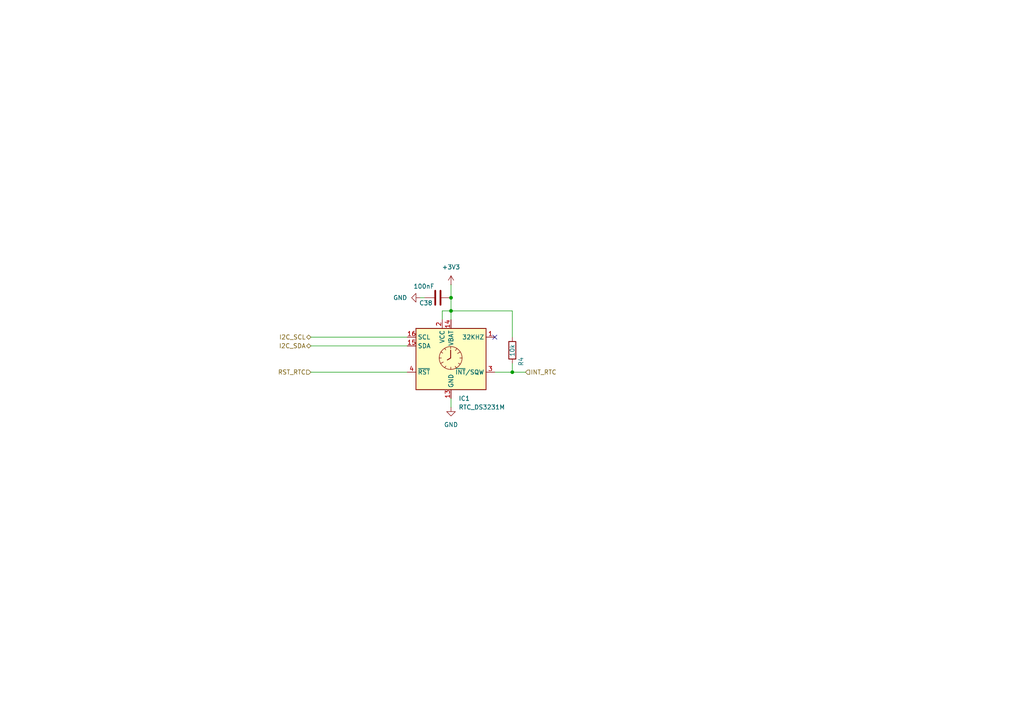
<source format=kicad_sch>
(kicad_sch
	(version 20231120)
	(generator "eeschema")
	(generator_version "8.0")
	(uuid "faa08acc-b0ff-4a42-aa3a-df0d36c53bd4")
	(paper "A4")
	(lib_symbols
		(symbol "Device:C"
			(pin_numbers hide)
			(pin_names
				(offset 0.254)
			)
			(exclude_from_sim no)
			(in_bom yes)
			(on_board yes)
			(property "Reference" "C"
				(at 0.635 2.54 0)
				(effects
					(font
						(size 1.27 1.27)
					)
					(justify left)
				)
			)
			(property "Value" "C"
				(at 0.635 -2.54 0)
				(effects
					(font
						(size 1.27 1.27)
					)
					(justify left)
				)
			)
			(property "Footprint" ""
				(at 0.9652 -3.81 0)
				(effects
					(font
						(size 1.27 1.27)
					)
					(hide yes)
				)
			)
			(property "Datasheet" "~"
				(at 0 0 0)
				(effects
					(font
						(size 1.27 1.27)
					)
					(hide yes)
				)
			)
			(property "Description" "Unpolarized capacitor"
				(at 0 0 0)
				(effects
					(font
						(size 1.27 1.27)
					)
					(hide yes)
				)
			)
			(property "ki_keywords" "cap capacitor"
				(at 0 0 0)
				(effects
					(font
						(size 1.27 1.27)
					)
					(hide yes)
				)
			)
			(property "ki_fp_filters" "C_*"
				(at 0 0 0)
				(effects
					(font
						(size 1.27 1.27)
					)
					(hide yes)
				)
			)
			(symbol "C_0_1"
				(polyline
					(pts
						(xy -2.032 -0.762) (xy 2.032 -0.762)
					)
					(stroke
						(width 0.508)
						(type default)
					)
					(fill
						(type none)
					)
				)
				(polyline
					(pts
						(xy -2.032 0.762) (xy 2.032 0.762)
					)
					(stroke
						(width 0.508)
						(type default)
					)
					(fill
						(type none)
					)
				)
			)
			(symbol "C_1_1"
				(pin passive line
					(at 0 3.81 270)
					(length 2.794)
					(name "~"
						(effects
							(font
								(size 1.27 1.27)
							)
						)
					)
					(number "1"
						(effects
							(font
								(size 1.27 1.27)
							)
						)
					)
				)
				(pin passive line
					(at 0 -3.81 90)
					(length 2.794)
					(name "~"
						(effects
							(font
								(size 1.27 1.27)
							)
						)
					)
					(number "2"
						(effects
							(font
								(size 1.27 1.27)
							)
						)
					)
				)
			)
		)
		(symbol "IVS_SYMBOLS:RTC_DS3231M"
			(exclude_from_sim no)
			(in_bom yes)
			(on_board yes)
			(property "Reference" "IC"
				(at -7.62 8.89 0)
				(effects
					(font
						(size 1.27 1.27)
					)
					(justify right)
				)
			)
			(property "Value" "RTC_DS3231M"
				(at 6.985 -20.955 0)
				(effects
					(font
						(size 1.27 1.27)
					)
					(justify right)
				)
			)
			(property "Footprint" "Package_SO:SOIC-16W_7.5x10.3mm_P1.27mm"
				(at 1.27 -33.02 0)
				(effects
					(font
						(size 1.27 1.27)
					)
					(hide yes)
				)
			)
			(property "Datasheet" "http://datasheets.maximintegrated.com/en/ds/DS3231.pdf"
				(at 1.27 -25.4 0)
				(effects
					(font
						(size 1.27 1.27)
					)
					(hide yes)
				)
			)
			(property "Description" "Extremely Accurate I2C-Integrated RTC/TCXO/Crystal SOIC-16"
				(at 0 0 0)
				(effects
					(font
						(size 1.27 1.27)
					)
					(hide yes)
				)
			)
			(property "Thegioiic_Buylink" "https://www.thegioiic.com/ds3231sn-ic-rtc-clock-calendar-16-soic"
				(at 3.81 -27.94 0)
				(effects
					(font
						(size 1.27 1.27)
					)
					(hide yes)
				)
			)
			(property "ICDAYROI_Buylink" "https://icdayroi.com/ds3231n"
				(at 0 -30.48 0)
				(effects
					(font
						(size 1.27 1.27)
					)
					(hide yes)
				)
			)
			(property "Digikey_Buylink" "https://www.digikey.com/en/products/detail/analog-devices-inc-maxim-integrated/DS3231M-TRL/2402421"
				(at 1.27 -22.86 0)
				(effects
					(font
						(size 1.27 1.27)
					)
					(hide yes)
				)
			)
			(property "ki_keywords" "RTC TCXO Realtime Time Clock Crystal Oscillator I2C"
				(at 0 0 0)
				(effects
					(font
						(size 1.27 1.27)
					)
					(hide yes)
				)
			)
			(property "ki_fp_filters" "SOIC*7.5x10.3mm*P1.27mm*"
				(at 0 0 0)
				(effects
					(font
						(size 1.27 1.27)
					)
					(hide yes)
				)
			)
			(symbol "RTC_DS3231M_0_1"
				(rectangle
					(start -10.16 7.62)
					(end 10.16 -10.16)
					(stroke
						(width 0.254)
						(type default)
					)
					(fill
						(type background)
					)
				)
				(circle
					(center -0.1016 -0.9652)
					(radius 3.316)
					(stroke
						(width 0)
						(type default)
					)
					(fill
						(type none)
					)
				)
				(polyline
					(pts
						(xy -3.4544 -0.9652) (xy -2.794 -0.9652)
					)
					(stroke
						(width 0)
						(type default)
					)
					(fill
						(type none)
					)
				)
				(polyline
					(pts
						(xy -2.9972 -2.54) (xy -2.2352 -2.1336)
					)
					(stroke
						(width 0)
						(type default)
					)
					(fill
						(type none)
					)
				)
				(polyline
					(pts
						(xy -2.8956 0.8128) (xy -2.3876 0.4572)
					)
					(stroke
						(width 0)
						(type default)
					)
					(fill
						(type none)
					)
				)
				(polyline
					(pts
						(xy -1.8288 -3.7592) (xy -1.4732 -3.302)
					)
					(stroke
						(width 0)
						(type default)
					)
					(fill
						(type none)
					)
				)
				(polyline
					(pts
						(xy -1.8288 1.8288) (xy -1.524 1.3716)
					)
					(stroke
						(width 0)
						(type default)
					)
					(fill
						(type none)
					)
				)
				(polyline
					(pts
						(xy -0.1016 2.3368) (xy -0.1016 1.7272)
					)
					(stroke
						(width 0)
						(type default)
					)
					(fill
						(type none)
					)
				)
				(polyline
					(pts
						(xy -0.0508 -3.6068) (xy -0.0508 -4.2672)
					)
					(stroke
						(width 0)
						(type default)
					)
					(fill
						(type none)
					)
				)
				(polyline
					(pts
						(xy 1.2192 -3.3528) (xy 1.524 -3.81)
					)
					(stroke
						(width 0)
						(type default)
					)
					(fill
						(type none)
					)
				)
				(polyline
					(pts
						(xy 1.27 1.1684) (xy 1.6764 1.7272)
					)
					(stroke
						(width 0)
						(type default)
					)
					(fill
						(type none)
					)
				)
				(polyline
					(pts
						(xy 1.8796 0.3556) (xy 2.6416 0.762)
					)
					(stroke
						(width 0)
						(type default)
					)
					(fill
						(type none)
					)
				)
				(polyline
					(pts
						(xy 2.1336 -2.4892) (xy 2.6924 -2.7432)
					)
					(stroke
						(width 0)
						(type default)
					)
					(fill
						(type none)
					)
				)
				(polyline
					(pts
						(xy 2.54 -0.9652) (xy 3.2004 -0.9652)
					)
					(stroke
						(width 0)
						(type default)
					)
					(fill
						(type none)
					)
				)
				(polyline
					(pts
						(xy -0.1016 1.3208) (xy -0.1016 -0.9652) (xy -1.0668 -1.524)
					)
					(stroke
						(width 0.254)
						(type default)
					)
					(fill
						(type none)
					)
				)
			)
			(symbol "RTC_DS3231M_1_1"
				(pin open_collector line
					(at 12.7 5.08 180)
					(length 2.54)
					(name "32KHZ"
						(effects
							(font
								(size 1.27 1.27)
							)
						)
					)
					(number "1"
						(effects
							(font
								(size 1.27 1.27)
							)
						)
					)
				)
				(pin passive line
					(at 0 -12.7 90)
					(length 2.54) hide
					(name "GND"
						(effects
							(font
								(size 1.27 1.27)
							)
						)
					)
					(number "10"
						(effects
							(font
								(size 1.27 1.27)
							)
						)
					)
				)
				(pin passive line
					(at 0 -12.7 90)
					(length 2.54) hide
					(name "GND"
						(effects
							(font
								(size 1.27 1.27)
							)
						)
					)
					(number "11"
						(effects
							(font
								(size 1.27 1.27)
							)
						)
					)
				)
				(pin passive line
					(at 0 -12.7 90)
					(length 2.54) hide
					(name "GND"
						(effects
							(font
								(size 1.27 1.27)
							)
						)
					)
					(number "12"
						(effects
							(font
								(size 1.27 1.27)
							)
						)
					)
				)
				(pin power_in line
					(at 0 -12.7 90)
					(length 2.54)
					(name "GND"
						(effects
							(font
								(size 1.27 1.27)
							)
						)
					)
					(number "13"
						(effects
							(font
								(size 1.27 1.27)
							)
						)
					)
				)
				(pin power_in line
					(at 0 10.16 270)
					(length 2.54)
					(name "VBAT"
						(effects
							(font
								(size 1.27 1.27)
							)
						)
					)
					(number "14"
						(effects
							(font
								(size 1.27 1.27)
							)
						)
					)
				)
				(pin bidirectional line
					(at -12.7 2.54 0)
					(length 2.54)
					(name "SDA"
						(effects
							(font
								(size 1.27 1.27)
							)
						)
					)
					(number "15"
						(effects
							(font
								(size 1.27 1.27)
							)
						)
					)
				)
				(pin input line
					(at -12.7 5.08 0)
					(length 2.54)
					(name "SCL"
						(effects
							(font
								(size 1.27 1.27)
							)
						)
					)
					(number "16"
						(effects
							(font
								(size 1.27 1.27)
							)
						)
					)
				)
				(pin power_in line
					(at -2.54 10.16 270)
					(length 2.54)
					(name "VCC"
						(effects
							(font
								(size 1.27 1.27)
							)
						)
					)
					(number "2"
						(effects
							(font
								(size 1.27 1.27)
							)
						)
					)
				)
				(pin open_collector line
					(at 12.7 -5.08 180)
					(length 2.54)
					(name "~{INT}/SQW"
						(effects
							(font
								(size 1.27 1.27)
							)
						)
					)
					(number "3"
						(effects
							(font
								(size 1.27 1.27)
							)
						)
					)
				)
				(pin bidirectional line
					(at -12.7 -5.08 0)
					(length 2.54)
					(name "~{RST}"
						(effects
							(font
								(size 1.27 1.27)
							)
						)
					)
					(number "4"
						(effects
							(font
								(size 1.27 1.27)
							)
						)
					)
				)
				(pin passive line
					(at 0 -12.7 90)
					(length 2.54) hide
					(name "GND"
						(effects
							(font
								(size 1.27 1.27)
							)
						)
					)
					(number "5"
						(effects
							(font
								(size 1.27 1.27)
							)
						)
					)
				)
				(pin passive line
					(at 0 -12.7 90)
					(length 2.54) hide
					(name "GND"
						(effects
							(font
								(size 1.27 1.27)
							)
						)
					)
					(number "6"
						(effects
							(font
								(size 1.27 1.27)
							)
						)
					)
				)
				(pin passive line
					(at 0 -12.7 90)
					(length 2.54) hide
					(name "GND"
						(effects
							(font
								(size 1.27 1.27)
							)
						)
					)
					(number "7"
						(effects
							(font
								(size 1.27 1.27)
							)
						)
					)
				)
				(pin passive line
					(at 0 -12.7 90)
					(length 2.54) hide
					(name "GND"
						(effects
							(font
								(size 1.27 1.27)
							)
						)
					)
					(number "8"
						(effects
							(font
								(size 1.27 1.27)
							)
						)
					)
				)
				(pin passive line
					(at 0 -12.7 90)
					(length 2.54) hide
					(name "GND"
						(effects
							(font
								(size 1.27 1.27)
							)
						)
					)
					(number "9"
						(effects
							(font
								(size 1.27 1.27)
							)
						)
					)
				)
			)
		)
		(symbol "Thu_vien_kicad:R"
			(pin_numbers hide)
			(pin_names
				(offset 0)
			)
			(exclude_from_sim no)
			(in_bom yes)
			(on_board yes)
			(property "Reference" "R"
				(at 2.032 0 90)
				(effects
					(font
						(size 1.27 1.27)
					)
				)
			)
			(property "Value" "R"
				(at 0 0 90)
				(effects
					(font
						(size 1.27 1.27)
					)
				)
			)
			(property "Footprint" ""
				(at -1.778 0 90)
				(effects
					(font
						(size 1.27 1.27)
					)
					(hide yes)
				)
			)
			(property "Datasheet" "~"
				(at 0 0 0)
				(effects
					(font
						(size 1.27 1.27)
					)
					(hide yes)
				)
			)
			(property "Description" "Resistor"
				(at 0 0 0)
				(effects
					(font
						(size 1.27 1.27)
					)
					(hide yes)
				)
			)
			(property "ki_keywords" "R res resistor"
				(at 0 0 0)
				(effects
					(font
						(size 1.27 1.27)
					)
					(hide yes)
				)
			)
			(property "ki_fp_filters" "R_*"
				(at 0 0 0)
				(effects
					(font
						(size 1.27 1.27)
					)
					(hide yes)
				)
			)
			(symbol "R_0_1"
				(rectangle
					(start -1.016 -2.54)
					(end 1.016 2.54)
					(stroke
						(width 0.254)
						(type default)
					)
					(fill
						(type none)
					)
				)
			)
			(symbol "R_1_1"
				(pin passive line
					(at 0 3.81 270)
					(length 1.27)
					(name "~"
						(effects
							(font
								(size 1.27 1.27)
							)
						)
					)
					(number "1"
						(effects
							(font
								(size 1.27 1.27)
							)
						)
					)
				)
				(pin passive line
					(at 0 -3.81 90)
					(length 1.27)
					(name "~"
						(effects
							(font
								(size 1.27 1.27)
							)
						)
					)
					(number "2"
						(effects
							(font
								(size 1.27 1.27)
							)
						)
					)
				)
			)
		)
		(symbol "power:+3V3"
			(power)
			(pin_numbers hide)
			(pin_names
				(offset 0) hide)
			(exclude_from_sim no)
			(in_bom yes)
			(on_board yes)
			(property "Reference" "#PWR"
				(at 0 -3.81 0)
				(effects
					(font
						(size 1.27 1.27)
					)
					(hide yes)
				)
			)
			(property "Value" "+3V3"
				(at 0 3.556 0)
				(effects
					(font
						(size 1.27 1.27)
					)
				)
			)
			(property "Footprint" ""
				(at 0 0 0)
				(effects
					(font
						(size 1.27 1.27)
					)
					(hide yes)
				)
			)
			(property "Datasheet" ""
				(at 0 0 0)
				(effects
					(font
						(size 1.27 1.27)
					)
					(hide yes)
				)
			)
			(property "Description" "Power symbol creates a global label with name \"+3V3\""
				(at 0 0 0)
				(effects
					(font
						(size 1.27 1.27)
					)
					(hide yes)
				)
			)
			(property "ki_keywords" "global power"
				(at 0 0 0)
				(effects
					(font
						(size 1.27 1.27)
					)
					(hide yes)
				)
			)
			(symbol "+3V3_0_1"
				(polyline
					(pts
						(xy -0.762 1.27) (xy 0 2.54)
					)
					(stroke
						(width 0)
						(type default)
					)
					(fill
						(type none)
					)
				)
				(polyline
					(pts
						(xy 0 0) (xy 0 2.54)
					)
					(stroke
						(width 0)
						(type default)
					)
					(fill
						(type none)
					)
				)
				(polyline
					(pts
						(xy 0 2.54) (xy 0.762 1.27)
					)
					(stroke
						(width 0)
						(type default)
					)
					(fill
						(type none)
					)
				)
			)
			(symbol "+3V3_1_1"
				(pin power_in line
					(at 0 0 90)
					(length 0)
					(name "~"
						(effects
							(font
								(size 1.27 1.27)
							)
						)
					)
					(number "1"
						(effects
							(font
								(size 1.27 1.27)
							)
						)
					)
				)
			)
		)
		(symbol "power:GND"
			(power)
			(pin_names
				(offset 0)
			)
			(exclude_from_sim no)
			(in_bom yes)
			(on_board yes)
			(property "Reference" "#PWR"
				(at 0 -6.35 0)
				(effects
					(font
						(size 1.27 1.27)
					)
					(hide yes)
				)
			)
			(property "Value" "GND"
				(at 0 -3.81 0)
				(effects
					(font
						(size 1.27 1.27)
					)
				)
			)
			(property "Footprint" ""
				(at 0 0 0)
				(effects
					(font
						(size 1.27 1.27)
					)
					(hide yes)
				)
			)
			(property "Datasheet" ""
				(at 0 0 0)
				(effects
					(font
						(size 1.27 1.27)
					)
					(hide yes)
				)
			)
			(property "Description" "Power symbol creates a global label with name \"GND\" , ground"
				(at 0 0 0)
				(effects
					(font
						(size 1.27 1.27)
					)
					(hide yes)
				)
			)
			(property "ki_keywords" "global power"
				(at 0 0 0)
				(effects
					(font
						(size 1.27 1.27)
					)
					(hide yes)
				)
			)
			(symbol "GND_0_1"
				(polyline
					(pts
						(xy 0 0) (xy 0 -1.27) (xy 1.27 -1.27) (xy 0 -2.54) (xy -1.27 -1.27) (xy 0 -1.27)
					)
					(stroke
						(width 0)
						(type default)
					)
					(fill
						(type none)
					)
				)
			)
			(symbol "GND_1_1"
				(pin power_in line
					(at 0 0 270)
					(length 0) hide
					(name "GND"
						(effects
							(font
								(size 1.27 1.27)
							)
						)
					)
					(number "1"
						(effects
							(font
								(size 1.27 1.27)
							)
						)
					)
				)
			)
		)
	)
	(junction
		(at 148.59 107.95)
		(diameter 0)
		(color 0 0 0 0)
		(uuid "6d5b91f4-7c56-43f6-8aa8-bee1ffa4751e")
	)
	(junction
		(at 130.81 86.36)
		(diameter 0)
		(color 0 0 0 0)
		(uuid "90b44cfb-574b-4127-a5df-0389e6f05933")
	)
	(junction
		(at 130.81 90.17)
		(diameter 0)
		(color 0 0 0 0)
		(uuid "c993f60c-f2e3-4e88-9654-9b03e44a0241")
	)
	(no_connect
		(at 143.51 97.79)
		(uuid "edf3832d-ca2b-4a78-b63f-9728ac1f35f2")
	)
	(wire
		(pts
			(xy 121.92 86.36) (xy 123.19 86.36)
		)
		(stroke
			(width 0)
			(type default)
		)
		(uuid "09617aa1-20d2-4006-874c-b80397bbd068")
	)
	(wire
		(pts
			(xy 128.27 90.17) (xy 130.81 90.17)
		)
		(stroke
			(width 0)
			(type default)
		)
		(uuid "2ce88937-2d46-4073-bca8-871f6f33f294")
	)
	(wire
		(pts
			(xy 90.17 97.79) (xy 118.11 97.79)
		)
		(stroke
			(width 0)
			(type default)
		)
		(uuid "5e88088f-8ac0-4783-8ab1-4c77b72b0a5a")
	)
	(wire
		(pts
			(xy 148.59 90.17) (xy 130.81 90.17)
		)
		(stroke
			(width 0)
			(type default)
		)
		(uuid "659e91c8-b47e-4287-8a64-65fa9fdabb4e")
	)
	(wire
		(pts
			(xy 128.27 92.71) (xy 128.27 90.17)
		)
		(stroke
			(width 0)
			(type default)
		)
		(uuid "8120c09b-0260-4307-93aa-76fc0b2b9671")
	)
	(wire
		(pts
			(xy 90.17 100.33) (xy 118.11 100.33)
		)
		(stroke
			(width 0)
			(type default)
		)
		(uuid "85983093-c76e-40c2-b0ba-f43586fc24e7")
	)
	(wire
		(pts
			(xy 148.59 97.79) (xy 148.59 90.17)
		)
		(stroke
			(width 0)
			(type default)
		)
		(uuid "86f93f40-be66-433b-8bad-735cb8eabe8a")
	)
	(wire
		(pts
			(xy 130.81 86.36) (xy 130.81 90.17)
		)
		(stroke
			(width 0)
			(type default)
		)
		(uuid "876244f7-e469-4307-8d65-fa9ad1a181eb")
	)
	(wire
		(pts
			(xy 148.59 105.41) (xy 148.59 107.95)
		)
		(stroke
			(width 0)
			(type default)
		)
		(uuid "a51d8e66-a610-483b-9252-2ffe5f2268a9")
	)
	(wire
		(pts
			(xy 143.51 107.95) (xy 148.59 107.95)
		)
		(stroke
			(width 0)
			(type default)
		)
		(uuid "ae57c956-08b0-4a5a-bd7d-801fdab99214")
	)
	(wire
		(pts
			(xy 130.81 82.55) (xy 130.81 86.36)
		)
		(stroke
			(width 0)
			(type default)
		)
		(uuid "b7fdc1dd-e197-4f33-80a0-653cbe1acc86")
	)
	(wire
		(pts
			(xy 130.81 115.57) (xy 130.81 118.11)
		)
		(stroke
			(width 0)
			(type default)
		)
		(uuid "bd01e4e3-0592-4707-bf5f-6f34435c3cc7")
	)
	(wire
		(pts
			(xy 90.17 107.95) (xy 118.11 107.95)
		)
		(stroke
			(width 0)
			(type default)
		)
		(uuid "ce46e6a7-a16c-40e3-ace1-1d93eb2c2cf2")
	)
	(wire
		(pts
			(xy 148.59 107.95) (xy 152.4 107.95)
		)
		(stroke
			(width 0)
			(type default)
		)
		(uuid "db39daf6-23a4-4c1e-8a27-968d05958594")
	)
	(wire
		(pts
			(xy 130.81 90.17) (xy 130.81 92.71)
		)
		(stroke
			(width 0)
			(type default)
		)
		(uuid "e08321d3-cb27-4fc7-9111-632aa5d0b9df")
	)
	(hierarchical_label "I2C_SCL"
		(shape bidirectional)
		(at 90.17 97.79 180)
		(fields_autoplaced yes)
		(effects
			(font
				(size 1.27 1.27)
			)
			(justify right)
		)
		(uuid "5df776a4-f598-4ead-8e62-3542600e7ca1")
	)
	(hierarchical_label "I2C_SDA"
		(shape bidirectional)
		(at 90.17 100.33 180)
		(fields_autoplaced yes)
		(effects
			(font
				(size 1.27 1.27)
			)
			(justify right)
		)
		(uuid "90d00f58-321a-4a50-914e-810748db24cc")
	)
	(hierarchical_label "RST_RTC"
		(shape input)
		(at 90.17 107.95 180)
		(fields_autoplaced yes)
		(effects
			(font
				(size 1.27 1.27)
			)
			(justify right)
		)
		(uuid "96f7cff0-7ba7-43f9-9fd7-dbf9c1a10ada")
	)
	(hierarchical_label "INT_RTC"
		(shape input)
		(at 152.4 107.95 0)
		(fields_autoplaced yes)
		(effects
			(font
				(size 1.27 1.27)
			)
			(justify left)
		)
		(uuid "9e612ac9-2ad3-4115-b63f-8fc44954dca3")
	)
	(symbol
		(lib_id "IVS_SYMBOLS:RTC_DS3231M")
		(at 130.81 102.87 0)
		(unit 1)
		(exclude_from_sim no)
		(in_bom yes)
		(on_board yes)
		(dnp no)
		(fields_autoplaced yes)
		(uuid "1ef5936b-3c89-4fac-9a8b-871e559f93a8")
		(property "Reference" "IC1"
			(at 133.0041 115.57 0)
			(effects
				(font
					(size 1.27 1.27)
				)
				(justify left)
			)
		)
		(property "Value" "RTC_DS3231M"
			(at 133.0041 118.11 0)
			(effects
				(font
					(size 1.27 1.27)
				)
				(justify left)
			)
		)
		(property "Footprint" "Package_SO:SOIC-16W_7.5x10.3mm_P1.27mm"
			(at 132.08 135.89 0)
			(effects
				(font
					(size 1.27 1.27)
				)
				(hide yes)
			)
		)
		(property "Datasheet" "http://datasheets.maximintegrated.com/en/ds/DS3231.pdf"
			(at 132.08 128.27 0)
			(effects
				(font
					(size 1.27 1.27)
				)
				(hide yes)
			)
		)
		(property "Description" "Extremely Accurate I2C-Integrated RTC/TCXO/Crystal SOIC-16"
			(at 130.81 102.87 0)
			(effects
				(font
					(size 1.27 1.27)
				)
				(hide yes)
			)
		)
		(property "Thegioiic_Buylink" "https://www.thegioiic.com/ds3231sn-ic-rtc-clock-calendar-16-soic"
			(at 134.62 130.81 0)
			(effects
				(font
					(size 1.27 1.27)
				)
				(hide yes)
			)
		)
		(property "ICDAYROI_Buylink" "https://icdayroi.com/ds3231n"
			(at 130.81 133.35 0)
			(effects
				(font
					(size 1.27 1.27)
				)
				(hide yes)
			)
		)
		(property "Digikey_Buylink" "https://www.digikey.com/en/products/detail/analog-devices-inc-maxim-integrated/DS3231M-TRL/2402421"
			(at 132.08 125.73 0)
			(effects
				(font
					(size 1.27 1.27)
				)
				(hide yes)
			)
		)
		(property "JLC" "C9866"
			(at 130.81 102.87 0)
			(effects
				(font
					(size 1.27 1.27)
				)
				(hide yes)
			)
		)
		(pin "10"
			(uuid "abdea82b-1135-44f3-a046-f891f7304e9f")
		)
		(pin "14"
			(uuid "45c6fbd7-3eb0-4c4d-b086-e42438405f4b")
		)
		(pin "3"
			(uuid "48624c30-9eec-4f50-bf5a-76f7ae2ec136")
		)
		(pin "4"
			(uuid "2c2aa61c-7716-4216-8bf3-4fae1350f3f9")
		)
		(pin "6"
			(uuid "b2de8aa0-a22a-4d81-b25e-61c5886e62ed")
		)
		(pin "13"
			(uuid "b0c62f42-8551-4190-9777-35311275a7be")
		)
		(pin "15"
			(uuid "f5d9986b-97c5-4dd6-b75b-339e0abacdb1")
		)
		(pin "5"
			(uuid "afcca7cd-6600-40b2-ab8f-668faebb5c2e")
		)
		(pin "7"
			(uuid "2bce819a-978d-42ec-9985-a36793d8f9cb")
		)
		(pin "8"
			(uuid "63ea8894-a3e2-4da6-bc50-bc02ea37ae9b")
		)
		(pin "9"
			(uuid "12e7e200-e425-49e4-a5c6-d3061cad0b31")
		)
		(pin "16"
			(uuid "8a9b3f0f-9d1c-4a6c-8f91-b508904b3d32")
		)
		(pin "1"
			(uuid "f345b579-8f20-45ae-918c-a674c1ac6ce2")
		)
		(pin "2"
			(uuid "ddb8d14e-cdca-4403-942c-889b69d32009")
		)
		(pin "12"
			(uuid "abc1a6fc-e553-4ab5-8bd4-adbc3f529b0a")
		)
		(pin "11"
			(uuid "67b0b2aa-27c8-470f-9713-d889d13f9952")
		)
		(instances
			(project "Light-Sound-Sensor"
				(path "/c4fae0b4-107a-4e14-bdc8-24cbf64cf056/675955da-170a-46e1-99b2-db49e34c96aa"
					(reference "IC1")
					(unit 1)
				)
			)
		)
	)
	(symbol
		(lib_id "power:GND")
		(at 130.81 118.11 0)
		(unit 1)
		(exclude_from_sim no)
		(in_bom yes)
		(on_board yes)
		(dnp no)
		(fields_autoplaced yes)
		(uuid "589fbd57-65b6-415d-ba2f-8b6919a64e30")
		(property "Reference" "#PWR043"
			(at 130.81 124.46 0)
			(effects
				(font
					(size 1.27 1.27)
				)
				(hide yes)
			)
		)
		(property "Value" "GND"
			(at 130.81 123.19 0)
			(effects
				(font
					(size 1.27 1.27)
				)
			)
		)
		(property "Footprint" ""
			(at 130.81 118.11 0)
			(effects
				(font
					(size 1.27 1.27)
				)
				(hide yes)
			)
		)
		(property "Datasheet" ""
			(at 130.81 118.11 0)
			(effects
				(font
					(size 1.27 1.27)
				)
				(hide yes)
			)
		)
		(property "Description" ""
			(at 130.81 118.11 0)
			(effects
				(font
					(size 1.27 1.27)
				)
				(hide yes)
			)
		)
		(pin "1"
			(uuid "174d5fe4-90b0-410b-bbf4-bf0c6d831549")
		)
		(instances
			(project "Light-Sound-Sensor"
				(path "/c4fae0b4-107a-4e14-bdc8-24cbf64cf056/675955da-170a-46e1-99b2-db49e34c96aa"
					(reference "#PWR043")
					(unit 1)
				)
			)
		)
	)
	(symbol
		(lib_id "Device:C")
		(at 127 86.36 90)
		(unit 1)
		(exclude_from_sim no)
		(in_bom yes)
		(on_board yes)
		(dnp no)
		(uuid "645a133f-b093-44d5-9f25-09e2f0414a3b")
		(property "Reference" "C38"
			(at 125.476 87.884 90)
			(effects
				(font
					(size 1.27 1.27)
				)
				(justify left)
			)
		)
		(property "Value" "100nF"
			(at 125.984 83.058 90)
			(effects
				(font
					(size 1.27 1.27)
				)
				(justify left)
			)
		)
		(property "Footprint" "SANG_LIB_FP:C_0603_1608Metric"
			(at 130.81 85.3948 0)
			(effects
				(font
					(size 1.27 1.27)
				)
				(hide yes)
			)
		)
		(property "Datasheet" "~"
			(at 127 86.36 0)
			(effects
				(font
					(size 1.27 1.27)
				)
				(hide yes)
			)
		)
		(property "Description" ""
			(at 127 86.36 0)
			(effects
				(font
					(size 1.27 1.27)
				)
				(hide yes)
			)
		)
		(property "Cate" ""
			(at 127 86.36 0)
			(effects
				(font
					(size 1.27 1.27)
				)
				(hide yes)
			)
		)
		(property "Category" ""
			(at 127 86.36 0)
			(effects
				(font
					(size 1.27 1.27)
				)
				(hide yes)
			)
		)
		(property "DK_Datasheet_Link" ""
			(at 127 86.36 0)
			(effects
				(font
					(size 1.27 1.27)
				)
				(hide yes)
			)
		)
		(property "DK_Detail_Page" ""
			(at 127 86.36 0)
			(effects
				(font
					(size 1.27 1.27)
				)
				(hide yes)
			)
		)
		(property "Digi-Key_PN" ""
			(at 127 86.36 0)
			(effects
				(font
					(size 1.27 1.27)
				)
				(hide yes)
			)
		)
		(property "Family" ""
			(at 127 86.36 0)
			(effects
				(font
					(size 1.27 1.27)
				)
				(hide yes)
			)
		)
		(property "MPN" ""
			(at 127 86.36 0)
			(effects
				(font
					(size 1.27 1.27)
				)
				(hide yes)
			)
		)
		(property "Manufacturer" ""
			(at 127 86.36 0)
			(effects
				(font
					(size 1.27 1.27)
				)
				(hide yes)
			)
		)
		(property "Status" ""
			(at 127 86.36 0)
			(effects
				(font
					(size 1.27 1.27)
				)
				(hide yes)
			)
		)
		(property "Val" ""
			(at 127 86.36 0)
			(effects
				(font
					(size 1.27 1.27)
				)
				(hide yes)
			)
		)
		(property "Availability" ""
			(at 127 86.36 0)
			(effects
				(font
					(size 1.27 1.27)
				)
				(hide yes)
			)
		)
		(property "Check_prices" ""
			(at 127 86.36 0)
			(effects
				(font
					(size 1.27 1.27)
				)
				(hide yes)
			)
		)
		(property "MANUFACTURER" ""
			(at 127 86.36 0)
			(effects
				(font
					(size 1.27 1.27)
				)
				(hide yes)
			)
		)
		(property "MF" ""
			(at 127 86.36 0)
			(effects
				(font
					(size 1.27 1.27)
				)
				(hide yes)
			)
		)
		(property "MP" ""
			(at 127 86.36 0)
			(effects
				(font
					(size 1.27 1.27)
				)
				(hide yes)
			)
		)
		(property "Package" ""
			(at 127 86.36 0)
			(effects
				(font
					(size 1.27 1.27)
				)
				(hide yes)
			)
		)
		(property "Price" ""
			(at 127 86.36 0)
			(effects
				(font
					(size 1.27 1.27)
				)
				(hide yes)
			)
		)
		(property "STANDARD" ""
			(at 127 86.36 0)
			(effects
				(font
					(size 1.27 1.27)
				)
				(hide yes)
			)
		)
		(property "Sim.Device" ""
			(at 127 86.36 0)
			(effects
				(font
					(size 1.27 1.27)
				)
				(hide yes)
			)
		)
		(property "Sim.Library" ""
			(at 127 86.36 0)
			(effects
				(font
					(size 1.27 1.27)
				)
				(hide yes)
			)
		)
		(property "Sim.Name" ""
			(at 127 86.36 0)
			(effects
				(font
					(size 1.27 1.27)
				)
				(hide yes)
			)
		)
		(property "Sim.Params" ""
			(at 127 86.36 0)
			(effects
				(font
					(size 1.27 1.27)
				)
				(hide yes)
			)
		)
		(property "Sim.Pins" ""
			(at 127 86.36 0)
			(effects
				(font
					(size 1.27 1.27)
				)
				(hide yes)
			)
		)
		(property "SnapEDA_Link" ""
			(at 127 86.36 0)
			(effects
				(font
					(size 1.27 1.27)
				)
				(hide yes)
			)
		)
		(property "hardware_design" ""
			(at 127 86.36 0)
			(effects
				(font
					(size 1.27 1.27)
				)
				(hide yes)
			)
		)
		(property "JLC" "C14663"
			(at 127 86.36 0)
			(effects
				(font
					(size 1.27 1.27)
				)
				(hide yes)
			)
		)
		(pin "2"
			(uuid "7c372187-446a-4144-b69d-2a51968db143")
		)
		(pin "1"
			(uuid "6aadab03-f2d4-4b91-8c99-8c0d7e9d5e01")
		)
		(instances
			(project "Light-Sound-Sensor"
				(path "/c4fae0b4-107a-4e14-bdc8-24cbf64cf056/675955da-170a-46e1-99b2-db49e34c96aa"
					(reference "C38")
					(unit 1)
				)
			)
		)
	)
	(symbol
		(lib_id "Thu_vien_kicad:R")
		(at 148.59 101.6 180)
		(unit 1)
		(exclude_from_sim no)
		(in_bom yes)
		(on_board yes)
		(dnp no)
		(uuid "7d6f8471-f414-4cd3-a06b-b12d90c90bcf")
		(property "Reference" "R4"
			(at 151.13 103.505 90)
			(effects
				(font
					(size 1.27 1.27)
				)
				(justify left)
			)
		)
		(property "Value" "10k"
			(at 148.59 99.822 90)
			(effects
				(font
					(size 1.27 1.27)
				)
				(justify left)
			)
		)
		(property "Footprint" "SANG_LIB_FP:R_0603_1608Metric"
			(at 150.368 101.6 90)
			(effects
				(font
					(size 1.27 1.27)
				)
				(hide yes)
			)
		)
		(property "Datasheet" "~"
			(at 148.59 101.6 0)
			(effects
				(font
					(size 1.27 1.27)
				)
				(hide yes)
			)
		)
		(property "Description" ""
			(at 148.59 101.6 0)
			(effects
				(font
					(size 1.27 1.27)
				)
				(hide yes)
			)
		)
		(property "Cate" ""
			(at 148.59 101.6 0)
			(effects
				(font
					(size 1.27 1.27)
				)
				(hide yes)
			)
		)
		(property "Category" ""
			(at 148.59 101.6 0)
			(effects
				(font
					(size 1.27 1.27)
				)
				(hide yes)
			)
		)
		(property "DK_Datasheet_Link" ""
			(at 148.59 101.6 0)
			(effects
				(font
					(size 1.27 1.27)
				)
				(hide yes)
			)
		)
		(property "DK_Detail_Page" ""
			(at 148.59 101.6 0)
			(effects
				(font
					(size 1.27 1.27)
				)
				(hide yes)
			)
		)
		(property "Digi-Key_PN" ""
			(at 148.59 101.6 0)
			(effects
				(font
					(size 1.27 1.27)
				)
				(hide yes)
			)
		)
		(property "Family" ""
			(at 148.59 101.6 0)
			(effects
				(font
					(size 1.27 1.27)
				)
				(hide yes)
			)
		)
		(property "MPN" ""
			(at 148.59 101.6 0)
			(effects
				(font
					(size 1.27 1.27)
				)
				(hide yes)
			)
		)
		(property "Manufacturer" ""
			(at 148.59 101.6 0)
			(effects
				(font
					(size 1.27 1.27)
				)
				(hide yes)
			)
		)
		(property "Status" ""
			(at 148.59 101.6 0)
			(effects
				(font
					(size 1.27 1.27)
				)
				(hide yes)
			)
		)
		(property "Val" ""
			(at 148.59 101.6 0)
			(effects
				(font
					(size 1.27 1.27)
				)
				(hide yes)
			)
		)
		(property "Availability" ""
			(at 148.59 101.6 0)
			(effects
				(font
					(size 1.27 1.27)
				)
				(hide yes)
			)
		)
		(property "Check_prices" ""
			(at 148.59 101.6 0)
			(effects
				(font
					(size 1.27 1.27)
				)
				(hide yes)
			)
		)
		(property "MANUFACTURER" ""
			(at 148.59 101.6 0)
			(effects
				(font
					(size 1.27 1.27)
				)
				(hide yes)
			)
		)
		(property "MF" ""
			(at 148.59 101.6 0)
			(effects
				(font
					(size 1.27 1.27)
				)
				(hide yes)
			)
		)
		(property "MP" ""
			(at 148.59 101.6 0)
			(effects
				(font
					(size 1.27 1.27)
				)
				(hide yes)
			)
		)
		(property "Package" ""
			(at 148.59 101.6 0)
			(effects
				(font
					(size 1.27 1.27)
				)
				(hide yes)
			)
		)
		(property "Price" ""
			(at 148.59 101.6 0)
			(effects
				(font
					(size 1.27 1.27)
				)
				(hide yes)
			)
		)
		(property "STANDARD" ""
			(at 148.59 101.6 0)
			(effects
				(font
					(size 1.27 1.27)
				)
				(hide yes)
			)
		)
		(property "Sim.Device" ""
			(at 148.59 101.6 0)
			(effects
				(font
					(size 1.27 1.27)
				)
				(hide yes)
			)
		)
		(property "Sim.Library" ""
			(at 148.59 101.6 0)
			(effects
				(font
					(size 1.27 1.27)
				)
				(hide yes)
			)
		)
		(property "Sim.Name" ""
			(at 148.59 101.6 0)
			(effects
				(font
					(size 1.27 1.27)
				)
				(hide yes)
			)
		)
		(property "Sim.Params" ""
			(at 148.59 101.6 0)
			(effects
				(font
					(size 1.27 1.27)
				)
				(hide yes)
			)
		)
		(property "Sim.Pins" ""
			(at 148.59 101.6 0)
			(effects
				(font
					(size 1.27 1.27)
				)
				(hide yes)
			)
		)
		(property "SnapEDA_Link" ""
			(at 148.59 101.6 0)
			(effects
				(font
					(size 1.27 1.27)
				)
				(hide yes)
			)
		)
		(property "hardware_design" ""
			(at 148.59 101.6 0)
			(effects
				(font
					(size 1.27 1.27)
				)
				(hide yes)
			)
		)
		(property "JLC" "C25804"
			(at 148.59 101.6 0)
			(effects
				(font
					(size 1.27 1.27)
				)
				(hide yes)
			)
		)
		(pin "1"
			(uuid "f9ac5d11-d935-4b69-9f9b-1c8f5c4aa63a")
		)
		(pin "2"
			(uuid "1d4066fe-8e1b-49cb-8653-3a88141af508")
		)
		(instances
			(project "Light-Sound-Sensor"
				(path "/c4fae0b4-107a-4e14-bdc8-24cbf64cf056/675955da-170a-46e1-99b2-db49e34c96aa"
					(reference "R4")
					(unit 1)
				)
			)
		)
	)
	(symbol
		(lib_id "power:+3V3")
		(at 130.81 82.55 0)
		(unit 1)
		(exclude_from_sim no)
		(in_bom yes)
		(on_board yes)
		(dnp no)
		(fields_autoplaced yes)
		(uuid "8824fae3-be40-45a5-89eb-1da3b35d7a07")
		(property "Reference" "#PWR042"
			(at 130.81 86.36 0)
			(effects
				(font
					(size 1.27 1.27)
				)
				(hide yes)
			)
		)
		(property "Value" "+3V3"
			(at 130.81 77.47 0)
			(effects
				(font
					(size 1.27 1.27)
				)
			)
		)
		(property "Footprint" ""
			(at 130.81 82.55 0)
			(effects
				(font
					(size 1.27 1.27)
				)
				(hide yes)
			)
		)
		(property "Datasheet" ""
			(at 130.81 82.55 0)
			(effects
				(font
					(size 1.27 1.27)
				)
				(hide yes)
			)
		)
		(property "Description" "Power symbol creates a global label with name \"+3V3\""
			(at 130.81 82.55 0)
			(effects
				(font
					(size 1.27 1.27)
				)
				(hide yes)
			)
		)
		(pin "1"
			(uuid "772530cb-3a7a-4aef-988b-a8301ce6a45b")
		)
		(instances
			(project "Light-Sound-Sensor"
				(path "/c4fae0b4-107a-4e14-bdc8-24cbf64cf056/675955da-170a-46e1-99b2-db49e34c96aa"
					(reference "#PWR042")
					(unit 1)
				)
			)
		)
	)
	(symbol
		(lib_id "power:GND")
		(at 121.92 86.36 270)
		(unit 1)
		(exclude_from_sim no)
		(in_bom yes)
		(on_board yes)
		(dnp no)
		(fields_autoplaced yes)
		(uuid "e0f28c0c-f52a-487f-9ef4-73b76520e8dd")
		(property "Reference" "#PWR041"
			(at 115.57 86.36 0)
			(effects
				(font
					(size 1.27 1.27)
				)
				(hide yes)
			)
		)
		(property "Value" "GND"
			(at 118.11 86.3599 90)
			(effects
				(font
					(size 1.27 1.27)
				)
				(justify right)
			)
		)
		(property "Footprint" ""
			(at 121.92 86.36 0)
			(effects
				(font
					(size 1.27 1.27)
				)
				(hide yes)
			)
		)
		(property "Datasheet" ""
			(at 121.92 86.36 0)
			(effects
				(font
					(size 1.27 1.27)
				)
				(hide yes)
			)
		)
		(property "Description" ""
			(at 121.92 86.36 0)
			(effects
				(font
					(size 1.27 1.27)
				)
				(hide yes)
			)
		)
		(pin "1"
			(uuid "8a5d6f6f-3206-49b1-b56f-de02a72d6bb7")
		)
		(instances
			(project "Light-Sound-Sensor"
				(path "/c4fae0b4-107a-4e14-bdc8-24cbf64cf056/675955da-170a-46e1-99b2-db49e34c96aa"
					(reference "#PWR041")
					(unit 1)
				)
			)
		)
	)
)

</source>
